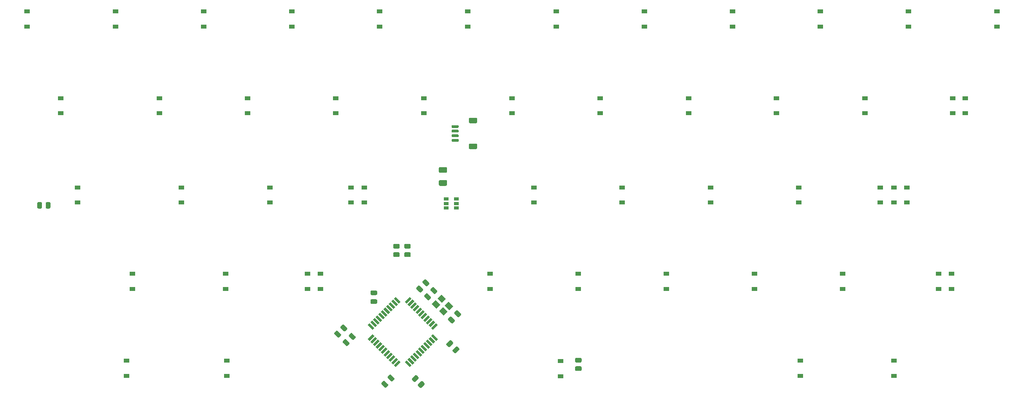
<source format=gbr>
%TF.GenerationSoftware,KiCad,Pcbnew,(5.1.9)-1*%
%TF.CreationDate,2021-01-27T12:27:53+01:00*%
%TF.ProjectId,FriedrichPCB,46726965-6472-4696-9368-5043422e6b69,rev?*%
%TF.SameCoordinates,Original*%
%TF.FileFunction,Paste,Bot*%
%TF.FilePolarity,Positive*%
%FSLAX46Y46*%
G04 Gerber Fmt 4.6, Leading zero omitted, Abs format (unit mm)*
G04 Created by KiCad (PCBNEW (5.1.9)-1) date 2021-01-27 12:27:53*
%MOMM*%
%LPD*%
G01*
G04 APERTURE LIST*
%ADD10C,0.100000*%
%ADD11R,1.060000X0.650000*%
%ADD12R,1.200000X0.900000*%
G04 APERTURE END LIST*
%TO.C,R6*%
G36*
G01*
X47898000Y-100322801D02*
X47898000Y-99422799D01*
G75*
G02*
X48147999Y-99172800I249999J0D01*
G01*
X48673001Y-99172800D01*
G75*
G02*
X48923000Y-99422799I0J-249999D01*
G01*
X48923000Y-100322801D01*
G75*
G02*
X48673001Y-100572800I-249999J0D01*
G01*
X48147999Y-100572800D01*
G75*
G02*
X47898000Y-100322801I0J249999D01*
G01*
G37*
G36*
G01*
X46073000Y-100322801D02*
X46073000Y-99422799D01*
G75*
G02*
X46322999Y-99172800I249999J0D01*
G01*
X46848001Y-99172800D01*
G75*
G02*
X47098000Y-99422799I0J-249999D01*
G01*
X47098000Y-100322801D01*
G75*
G02*
X46848001Y-100572800I-249999J0D01*
G01*
X46322999Y-100572800D01*
G75*
G02*
X46073000Y-100322801I0J249999D01*
G01*
G37*
%TD*%
%TO.C,USB1*%
G36*
G01*
X139604199Y-86528000D02*
X140904201Y-86528000D01*
G75*
G02*
X141154200Y-86777999I0J-249999D01*
G01*
X141154200Y-87478001D01*
G75*
G02*
X140904201Y-87728000I-249999J0D01*
G01*
X139604199Y-87728000D01*
G75*
G02*
X139354200Y-87478001I0J249999D01*
G01*
X139354200Y-86777999D01*
G75*
G02*
X139604199Y-86528000I249999J0D01*
G01*
G37*
G36*
G01*
X139604199Y-80928000D02*
X140904201Y-80928000D01*
G75*
G02*
X141154200Y-81177999I0J-249999D01*
G01*
X141154200Y-81878001D01*
G75*
G02*
X140904201Y-82128000I-249999J0D01*
G01*
X139604199Y-82128000D01*
G75*
G02*
X139354200Y-81878001I0J249999D01*
G01*
X139354200Y-81177999D01*
G75*
G02*
X139604199Y-80928000I249999J0D01*
G01*
G37*
G36*
G01*
X135754200Y-85528000D02*
X137004200Y-85528000D01*
G75*
G02*
X137154200Y-85678000I0J-150000D01*
G01*
X137154200Y-85978000D01*
G75*
G02*
X137004200Y-86128000I-150000J0D01*
G01*
X135754200Y-86128000D01*
G75*
G02*
X135604200Y-85978000I0J150000D01*
G01*
X135604200Y-85678000D01*
G75*
G02*
X135754200Y-85528000I150000J0D01*
G01*
G37*
G36*
G01*
X135754200Y-84528000D02*
X137004200Y-84528000D01*
G75*
G02*
X137154200Y-84678000I0J-150000D01*
G01*
X137154200Y-84978000D01*
G75*
G02*
X137004200Y-85128000I-150000J0D01*
G01*
X135754200Y-85128000D01*
G75*
G02*
X135604200Y-84978000I0J150000D01*
G01*
X135604200Y-84678000D01*
G75*
G02*
X135754200Y-84528000I150000J0D01*
G01*
G37*
G36*
G01*
X135754200Y-83528000D02*
X137004200Y-83528000D01*
G75*
G02*
X137154200Y-83678000I0J-150000D01*
G01*
X137154200Y-83978000D01*
G75*
G02*
X137004200Y-84128000I-150000J0D01*
G01*
X135754200Y-84128000D01*
G75*
G02*
X135604200Y-83978000I0J150000D01*
G01*
X135604200Y-83678000D01*
G75*
G02*
X135754200Y-83528000I150000J0D01*
G01*
G37*
G36*
G01*
X135754200Y-82528000D02*
X137004200Y-82528000D01*
G75*
G02*
X137154200Y-82678000I0J-150000D01*
G01*
X137154200Y-82978000D01*
G75*
G02*
X137004200Y-83128000I-150000J0D01*
G01*
X135754200Y-83128000D01*
G75*
G02*
X135604200Y-82978000I0J150000D01*
G01*
X135604200Y-82678000D01*
G75*
G02*
X135754200Y-82528000I150000J0D01*
G01*
G37*
%TD*%
D10*
%TO.C,X1*%
G36*
X135952897Y-121659488D02*
G01*
X135104369Y-122508016D01*
X134114419Y-121518066D01*
X134962947Y-120669538D01*
X135952897Y-121659488D01*
G37*
G36*
X134397262Y-120103853D02*
G01*
X133548734Y-120952381D01*
X132558784Y-119962431D01*
X133407312Y-119113903D01*
X134397262Y-120103853D01*
G37*
G36*
X133195181Y-121305934D02*
G01*
X132346653Y-122154462D01*
X131356703Y-121164512D01*
X132205231Y-120315984D01*
X133195181Y-121305934D01*
G37*
G36*
X134750816Y-122861569D02*
G01*
X133902288Y-123710097D01*
X132912338Y-122720147D01*
X133760866Y-121871619D01*
X134750816Y-122861569D01*
G37*
%TD*%
D11*
%TO.C,U2*%
X134485200Y-99466400D03*
X134485200Y-98516400D03*
X134485200Y-100416400D03*
X136685200Y-100416400D03*
X136685200Y-99466400D03*
X136685200Y-98516400D03*
%TD*%
D10*
%TO.C,U1*%
G36*
X118546540Y-127731298D02*
G01*
X118935448Y-128120206D01*
X117874788Y-129180866D01*
X117485880Y-128791958D01*
X118546540Y-127731298D01*
G37*
G36*
X119112226Y-128296983D02*
G01*
X119501134Y-128685891D01*
X118440474Y-129746551D01*
X118051566Y-129357643D01*
X119112226Y-128296983D01*
G37*
G36*
X119677911Y-128862668D02*
G01*
X120066819Y-129251576D01*
X119006159Y-130312236D01*
X118617251Y-129923328D01*
X119677911Y-128862668D01*
G37*
G36*
X120243596Y-129428354D02*
G01*
X120632504Y-129817262D01*
X119571844Y-130877922D01*
X119182936Y-130489014D01*
X120243596Y-129428354D01*
G37*
G36*
X120809282Y-129994039D02*
G01*
X121198190Y-130382947D01*
X120137530Y-131443607D01*
X119748622Y-131054699D01*
X120809282Y-129994039D01*
G37*
G36*
X121374967Y-130559725D02*
G01*
X121763875Y-130948633D01*
X120703215Y-132009293D01*
X120314307Y-131620385D01*
X121374967Y-130559725D01*
G37*
G36*
X121940653Y-131125410D02*
G01*
X122329561Y-131514318D01*
X121268901Y-132574978D01*
X120879993Y-132186070D01*
X121940653Y-131125410D01*
G37*
G36*
X122506338Y-131691096D02*
G01*
X122895246Y-132080004D01*
X121834586Y-133140664D01*
X121445678Y-132751756D01*
X122506338Y-131691096D01*
G37*
G36*
X123072024Y-132256781D02*
G01*
X123460932Y-132645689D01*
X122400272Y-133706349D01*
X122011364Y-133317441D01*
X123072024Y-132256781D01*
G37*
G36*
X123637709Y-132822466D02*
G01*
X124026617Y-133211374D01*
X122965957Y-134272034D01*
X122577049Y-133883126D01*
X123637709Y-132822466D01*
G37*
G36*
X124203394Y-133388152D02*
G01*
X124592302Y-133777060D01*
X123531642Y-134837720D01*
X123142734Y-134448812D01*
X124203394Y-133388152D01*
G37*
G36*
X125546898Y-133777060D02*
G01*
X125935806Y-133388152D01*
X126996466Y-134448812D01*
X126607558Y-134837720D01*
X125546898Y-133777060D01*
G37*
G36*
X126112583Y-133211374D02*
G01*
X126501491Y-132822466D01*
X127562151Y-133883126D01*
X127173243Y-134272034D01*
X126112583Y-133211374D01*
G37*
G36*
X126678268Y-132645689D02*
G01*
X127067176Y-132256781D01*
X128127836Y-133317441D01*
X127738928Y-133706349D01*
X126678268Y-132645689D01*
G37*
G36*
X127243954Y-132080004D02*
G01*
X127632862Y-131691096D01*
X128693522Y-132751756D01*
X128304614Y-133140664D01*
X127243954Y-132080004D01*
G37*
G36*
X127809639Y-131514318D02*
G01*
X128198547Y-131125410D01*
X129259207Y-132186070D01*
X128870299Y-132574978D01*
X127809639Y-131514318D01*
G37*
G36*
X128375325Y-130948633D02*
G01*
X128764233Y-130559725D01*
X129824893Y-131620385D01*
X129435985Y-132009293D01*
X128375325Y-130948633D01*
G37*
G36*
X128941010Y-130382947D02*
G01*
X129329918Y-129994039D01*
X130390578Y-131054699D01*
X130001670Y-131443607D01*
X128941010Y-130382947D01*
G37*
G36*
X129506696Y-129817262D02*
G01*
X129895604Y-129428354D01*
X130956264Y-130489014D01*
X130567356Y-130877922D01*
X129506696Y-129817262D01*
G37*
G36*
X130072381Y-129251576D02*
G01*
X130461289Y-128862668D01*
X131521949Y-129923328D01*
X131133041Y-130312236D01*
X130072381Y-129251576D01*
G37*
G36*
X130638066Y-128685891D02*
G01*
X131026974Y-128296983D01*
X132087634Y-129357643D01*
X131698726Y-129746551D01*
X130638066Y-128685891D01*
G37*
G36*
X131203752Y-128120206D02*
G01*
X131592660Y-127731298D01*
X132653320Y-128791958D01*
X132264412Y-129180866D01*
X131203752Y-128120206D01*
G37*
G36*
X132264412Y-125327134D02*
G01*
X132653320Y-125716042D01*
X131592660Y-126776702D01*
X131203752Y-126387794D01*
X132264412Y-125327134D01*
G37*
G36*
X131698726Y-124761449D02*
G01*
X132087634Y-125150357D01*
X131026974Y-126211017D01*
X130638066Y-125822109D01*
X131698726Y-124761449D01*
G37*
G36*
X131133041Y-124195764D02*
G01*
X131521949Y-124584672D01*
X130461289Y-125645332D01*
X130072381Y-125256424D01*
X131133041Y-124195764D01*
G37*
G36*
X130567356Y-123630078D02*
G01*
X130956264Y-124018986D01*
X129895604Y-125079646D01*
X129506696Y-124690738D01*
X130567356Y-123630078D01*
G37*
G36*
X130001670Y-123064393D02*
G01*
X130390578Y-123453301D01*
X129329918Y-124513961D01*
X128941010Y-124125053D01*
X130001670Y-123064393D01*
G37*
G36*
X129435985Y-122498707D02*
G01*
X129824893Y-122887615D01*
X128764233Y-123948275D01*
X128375325Y-123559367D01*
X129435985Y-122498707D01*
G37*
G36*
X128870299Y-121933022D02*
G01*
X129259207Y-122321930D01*
X128198547Y-123382590D01*
X127809639Y-122993682D01*
X128870299Y-121933022D01*
G37*
G36*
X128304614Y-121367336D02*
G01*
X128693522Y-121756244D01*
X127632862Y-122816904D01*
X127243954Y-122427996D01*
X128304614Y-121367336D01*
G37*
G36*
X127738928Y-120801651D02*
G01*
X128127836Y-121190559D01*
X127067176Y-122251219D01*
X126678268Y-121862311D01*
X127738928Y-120801651D01*
G37*
G36*
X127173243Y-120235966D02*
G01*
X127562151Y-120624874D01*
X126501491Y-121685534D01*
X126112583Y-121296626D01*
X127173243Y-120235966D01*
G37*
G36*
X126607558Y-119670280D02*
G01*
X126996466Y-120059188D01*
X125935806Y-121119848D01*
X125546898Y-120730940D01*
X126607558Y-119670280D01*
G37*
G36*
X123142734Y-120059188D02*
G01*
X123531642Y-119670280D01*
X124592302Y-120730940D01*
X124203394Y-121119848D01*
X123142734Y-120059188D01*
G37*
G36*
X122577049Y-120624874D02*
G01*
X122965957Y-120235966D01*
X124026617Y-121296626D01*
X123637709Y-121685534D01*
X122577049Y-120624874D01*
G37*
G36*
X122011364Y-121190559D02*
G01*
X122400272Y-120801651D01*
X123460932Y-121862311D01*
X123072024Y-122251219D01*
X122011364Y-121190559D01*
G37*
G36*
X121445678Y-121756244D02*
G01*
X121834586Y-121367336D01*
X122895246Y-122427996D01*
X122506338Y-122816904D01*
X121445678Y-121756244D01*
G37*
G36*
X120879993Y-122321930D02*
G01*
X121268901Y-121933022D01*
X122329561Y-122993682D01*
X121940653Y-123382590D01*
X120879993Y-122321930D01*
G37*
G36*
X120314307Y-122887615D02*
G01*
X120703215Y-122498707D01*
X121763875Y-123559367D01*
X121374967Y-123948275D01*
X120314307Y-122887615D01*
G37*
G36*
X119748622Y-123453301D02*
G01*
X120137530Y-123064393D01*
X121198190Y-124125053D01*
X120809282Y-124513961D01*
X119748622Y-123453301D01*
G37*
G36*
X119182936Y-124018986D02*
G01*
X119571844Y-123630078D01*
X120632504Y-124690738D01*
X120243596Y-125079646D01*
X119182936Y-124018986D01*
G37*
G36*
X118617251Y-124584672D02*
G01*
X119006159Y-124195764D01*
X120066819Y-125256424D01*
X119677911Y-125645332D01*
X118617251Y-124584672D01*
G37*
G36*
X118051566Y-125150357D02*
G01*
X118440474Y-124761449D01*
X119501134Y-125822109D01*
X119112226Y-126211017D01*
X118051566Y-125150357D01*
G37*
G36*
X117485880Y-125716042D02*
G01*
X117874788Y-125327134D01*
X118935448Y-126387794D01*
X118546540Y-126776702D01*
X117485880Y-125716042D01*
G37*
%TD*%
%TO.C,R5*%
G36*
G01*
X162567198Y-134664400D02*
X163467202Y-134664400D01*
G75*
G02*
X163717200Y-134914398I0J-249998D01*
G01*
X163717200Y-135439402D01*
G75*
G02*
X163467202Y-135689400I-249998J0D01*
G01*
X162567198Y-135689400D01*
G75*
G02*
X162317200Y-135439402I0J249998D01*
G01*
X162317200Y-134914398D01*
G75*
G02*
X162567198Y-134664400I249998J0D01*
G01*
G37*
G36*
G01*
X162567198Y-132839400D02*
X163467202Y-132839400D01*
G75*
G02*
X163717200Y-133089398I0J-249998D01*
G01*
X163717200Y-133614402D01*
G75*
G02*
X163467202Y-133864400I-249998J0D01*
G01*
X162567198Y-133864400D01*
G75*
G02*
X162317200Y-133614402I0J249998D01*
G01*
X162317200Y-133089398D01*
G75*
G02*
X162567198Y-132839400I249998J0D01*
G01*
G37*
%TD*%
%TO.C,R3*%
G36*
G01*
X128457756Y-137371757D02*
X127821357Y-138008156D01*
G75*
G02*
X127467807Y-138008156I-176775J176775D01*
G01*
X127096574Y-137636923D01*
G75*
G02*
X127096574Y-137283373I176775J176775D01*
G01*
X127732973Y-136646974D01*
G75*
G02*
X128086523Y-136646974I176775J-176775D01*
G01*
X128457756Y-137018207D01*
G75*
G02*
X128457756Y-137371757I-176775J-176775D01*
G01*
G37*
G36*
G01*
X129748226Y-138662227D02*
X129111827Y-139298626D01*
G75*
G02*
X128758277Y-139298626I-176775J176775D01*
G01*
X128387044Y-138927393D01*
G75*
G02*
X128387044Y-138573843I176775J176775D01*
G01*
X129023443Y-137937444D01*
G75*
G02*
X129376993Y-137937444I176775J-176775D01*
G01*
X129748226Y-138308677D01*
G75*
G02*
X129748226Y-138662227I-176775J-176775D01*
G01*
G37*
%TD*%
%TO.C,R2*%
G36*
G01*
X123247998Y-110026400D02*
X124148002Y-110026400D01*
G75*
G02*
X124398000Y-110276398I0J-249998D01*
G01*
X124398000Y-110801402D01*
G75*
G02*
X124148002Y-111051400I-249998J0D01*
G01*
X123247998Y-111051400D01*
G75*
G02*
X122998000Y-110801402I0J249998D01*
G01*
X122998000Y-110276398D01*
G75*
G02*
X123247998Y-110026400I249998J0D01*
G01*
G37*
G36*
G01*
X123247998Y-108201400D02*
X124148002Y-108201400D01*
G75*
G02*
X124398000Y-108451398I0J-249998D01*
G01*
X124398000Y-108976402D01*
G75*
G02*
X124148002Y-109226400I-249998J0D01*
G01*
X123247998Y-109226400D01*
G75*
G02*
X122998000Y-108976402I0J249998D01*
G01*
X122998000Y-108451398D01*
G75*
G02*
X123247998Y-108201400I249998J0D01*
G01*
G37*
%TD*%
%TO.C,R1*%
G36*
G01*
X125635598Y-110026400D02*
X126535602Y-110026400D01*
G75*
G02*
X126785600Y-110276398I0J-249998D01*
G01*
X126785600Y-110801402D01*
G75*
G02*
X126535602Y-111051400I-249998J0D01*
G01*
X125635598Y-111051400D01*
G75*
G02*
X125385600Y-110801402I0J249998D01*
G01*
X125385600Y-110276398D01*
G75*
G02*
X125635598Y-110026400I249998J0D01*
G01*
G37*
G36*
G01*
X125635598Y-108201400D02*
X126535602Y-108201400D01*
G75*
G02*
X126785600Y-108451398I0J-249998D01*
G01*
X126785600Y-108976402D01*
G75*
G02*
X126535602Y-109226400I-249998J0D01*
G01*
X125635598Y-109226400D01*
G75*
G02*
X125385600Y-108976402I0J249998D01*
G01*
X125385600Y-108451398D01*
G75*
G02*
X125635598Y-108201400I249998J0D01*
G01*
G37*
%TD*%
%TO.C,F1*%
G36*
G01*
X133131400Y-94399400D02*
X134381400Y-94399400D01*
G75*
G02*
X134631400Y-94649400I0J-250000D01*
G01*
X134631400Y-95399400D01*
G75*
G02*
X134381400Y-95649400I-250000J0D01*
G01*
X133131400Y-95649400D01*
G75*
G02*
X132881400Y-95399400I0J250000D01*
G01*
X132881400Y-94649400D01*
G75*
G02*
X133131400Y-94399400I250000J0D01*
G01*
G37*
G36*
G01*
X133131400Y-91599400D02*
X134381400Y-91599400D01*
G75*
G02*
X134631400Y-91849400I0J-250000D01*
G01*
X134631400Y-92599400D01*
G75*
G02*
X134381400Y-92849400I-250000J0D01*
G01*
X133131400Y-92849400D01*
G75*
G02*
X132881400Y-92599400I0J250000D01*
G01*
X132881400Y-91849400D01*
G75*
G02*
X133131400Y-91599400I250000J0D01*
G01*
G37*
%TD*%
D12*
%TO.C,D63*%
X231241600Y-133478000D03*
X231241600Y-136778000D03*
%TD*%
%TO.C,D62*%
X211023200Y-133478000D03*
X211023200Y-136778000D03*
%TD*%
%TO.C,D58*%
X159156400Y-133528800D03*
X159156400Y-136828800D03*
%TD*%
%TO.C,D54*%
X87020400Y-133427200D03*
X87020400Y-136727200D03*
%TD*%
%TO.C,D53*%
X65379600Y-133427200D03*
X65379600Y-136727200D03*
%TD*%
%TO.C,D51*%
X243687600Y-114631200D03*
X243687600Y-117931200D03*
%TD*%
%TO.C,D49*%
X240842800Y-114631200D03*
X240842800Y-117931200D03*
%TD*%
%TO.C,D48*%
X220167200Y-114631200D03*
X220167200Y-117931200D03*
%TD*%
%TO.C,D47*%
X201117200Y-114631200D03*
X201117200Y-117931200D03*
%TD*%
%TO.C,D46*%
X182016400Y-114631200D03*
X182016400Y-117931200D03*
%TD*%
%TO.C,D45*%
X162966400Y-114631200D03*
X162966400Y-117931200D03*
%TD*%
%TO.C,D44*%
X143967200Y-114631200D03*
X143967200Y-117931200D03*
%TD*%
%TO.C,D43*%
X107289600Y-114631200D03*
X107289600Y-117931200D03*
%TD*%
%TO.C,D42*%
X104444800Y-114631200D03*
X104444800Y-117931200D03*
%TD*%
%TO.C,D41*%
X86766400Y-114631200D03*
X86766400Y-117931200D03*
%TD*%
%TO.C,D40*%
X66649600Y-114682000D03*
X66649600Y-117982000D03*
%TD*%
%TO.C,D38*%
X234035600Y-95987600D03*
X234035600Y-99287600D03*
%TD*%
%TO.C,D36*%
X228295200Y-95987600D03*
X228295200Y-99287600D03*
%TD*%
%TO.C,D35*%
X210616800Y-95987600D03*
X210616800Y-99287600D03*
%TD*%
%TO.C,D34*%
X191566800Y-95987600D03*
X191566800Y-99287600D03*
%TD*%
%TO.C,D33*%
X172466000Y-95987600D03*
X172466000Y-99287600D03*
%TD*%
%TO.C,D32*%
X153416000Y-95987600D03*
X153416000Y-99287600D03*
%TD*%
%TO.C,D31*%
X116738400Y-95987600D03*
X116738400Y-99287600D03*
%TD*%
%TO.C,D30*%
X113893600Y-95987600D03*
X113893600Y-99287600D03*
%TD*%
%TO.C,D29*%
X96316800Y-95987600D03*
X96316800Y-99287600D03*
%TD*%
%TO.C,D28*%
X77216000Y-95987600D03*
X77216000Y-99287600D03*
%TD*%
%TO.C,D27*%
X54762400Y-95987600D03*
X54762400Y-99287600D03*
%TD*%
%TO.C,D25*%
X246634000Y-76683600D03*
X246634000Y-79983600D03*
%TD*%
%TO.C,D24*%
X243941600Y-76683600D03*
X243941600Y-79983600D03*
%TD*%
%TO.C,D23*%
X224942400Y-76683600D03*
X224942400Y-79983600D03*
%TD*%
%TO.C,D22*%
X205841600Y-76683600D03*
X205841600Y-79983600D03*
%TD*%
%TO.C,D21*%
X186842400Y-76683600D03*
X186842400Y-79983600D03*
%TD*%
%TO.C,D20*%
X167741600Y-76683600D03*
X167741600Y-79983600D03*
%TD*%
%TO.C,D19*%
X148691600Y-76683600D03*
X148691600Y-79983600D03*
%TD*%
%TO.C,D18*%
X129641600Y-76683600D03*
X129641600Y-79983600D03*
%TD*%
%TO.C,D17*%
X110591600Y-76683600D03*
X110591600Y-79983600D03*
%TD*%
%TO.C,D16*%
X91541600Y-76683600D03*
X91541600Y-79983600D03*
%TD*%
%TO.C,D15*%
X72491600Y-76683600D03*
X72491600Y-79983600D03*
%TD*%
%TO.C,D14*%
X51104800Y-76683600D03*
X51104800Y-79983600D03*
%TD*%
%TO.C,D13*%
X253492000Y-57938400D03*
X253492000Y-61238400D03*
%TD*%
%TO.C,D12*%
X231190800Y-95987600D03*
X231190800Y-99287600D03*
%TD*%
%TO.C,D11*%
X234391200Y-57938400D03*
X234391200Y-61238400D03*
%TD*%
%TO.C,D10*%
X215341200Y-57938400D03*
X215341200Y-61238400D03*
%TD*%
%TO.C,D9*%
X196342000Y-57938400D03*
X196342000Y-61238400D03*
%TD*%
%TO.C,D8*%
X177292000Y-57938400D03*
X177292000Y-61238400D03*
%TD*%
%TO.C,D7*%
X158242000Y-57938400D03*
X158242000Y-61238400D03*
%TD*%
%TO.C,D6*%
X139141200Y-57938400D03*
X139141200Y-61238400D03*
%TD*%
%TO.C,D5*%
X120091200Y-57938400D03*
X120091200Y-61238400D03*
%TD*%
%TO.C,D4*%
X101092000Y-57938400D03*
X101092000Y-61238400D03*
%TD*%
%TO.C,D3*%
X82042000Y-57938400D03*
X82042000Y-61238400D03*
%TD*%
%TO.C,D2*%
X62992000Y-57938400D03*
X62992000Y-61238400D03*
%TD*%
%TO.C,D1*%
X43891200Y-57938400D03*
X43891200Y-61238400D03*
%TD*%
%TO.C,C9*%
G36*
G01*
X130460727Y-118955922D02*
X131132478Y-119627673D01*
G75*
G02*
X131132478Y-119981227I-176777J-176777D01*
G01*
X130778925Y-120334780D01*
G75*
G02*
X130425371Y-120334780I-176777J176777D01*
G01*
X129753620Y-119663029D01*
G75*
G02*
X129753620Y-119309475I176777J176777D01*
G01*
X130107173Y-118955922D01*
G75*
G02*
X130460727Y-118955922I176777J-176777D01*
G01*
G37*
G36*
G01*
X131804229Y-117612420D02*
X132475980Y-118284171D01*
G75*
G02*
X132475980Y-118637725I-176777J-176777D01*
G01*
X132122427Y-118991278D01*
G75*
G02*
X131768873Y-118991278I-176777J176777D01*
G01*
X131097122Y-118319527D01*
G75*
G02*
X131097122Y-117965973I176777J176777D01*
G01*
X131450675Y-117612420D01*
G75*
G02*
X131804229Y-117612420I176777J-176777D01*
G01*
G37*
%TD*%
%TO.C,C8*%
G36*
G01*
X136911024Y-124009127D02*
X136239273Y-123337376D01*
G75*
G02*
X136239273Y-122983822I176777J176777D01*
G01*
X136592826Y-122630269D01*
G75*
G02*
X136946380Y-122630269I176777J-176777D01*
G01*
X137618131Y-123302020D01*
G75*
G02*
X137618131Y-123655574I-176777J-176777D01*
G01*
X137264578Y-124009127D01*
G75*
G02*
X136911024Y-124009127I-176777J176777D01*
G01*
G37*
G36*
G01*
X135567522Y-125352629D02*
X134895771Y-124680878D01*
G75*
G02*
X134895771Y-124327324I176777J176777D01*
G01*
X135249324Y-123973771D01*
G75*
G02*
X135602878Y-123973771I176777J-176777D01*
G01*
X136274629Y-124645522D01*
G75*
G02*
X136274629Y-124999076I-176777J-176777D01*
G01*
X135921076Y-125352629D01*
G75*
G02*
X135567522Y-125352629I-176777J176777D01*
G01*
G37*
%TD*%
%TO.C,C7*%
G36*
G01*
X119296200Y-119285600D02*
X118346200Y-119285600D01*
G75*
G02*
X118096200Y-119035600I0J250000D01*
G01*
X118096200Y-118535600D01*
G75*
G02*
X118346200Y-118285600I250000J0D01*
G01*
X119296200Y-118285600D01*
G75*
G02*
X119546200Y-118535600I0J-250000D01*
G01*
X119546200Y-119035600D01*
G75*
G02*
X119296200Y-119285600I-250000J0D01*
G01*
G37*
G36*
G01*
X119296200Y-121185600D02*
X118346200Y-121185600D01*
G75*
G02*
X118096200Y-120935600I0J250000D01*
G01*
X118096200Y-120435600D01*
G75*
G02*
X118346200Y-120185600I250000J0D01*
G01*
X119296200Y-120185600D01*
G75*
G02*
X119546200Y-120435600I0J-250000D01*
G01*
X119546200Y-120935600D01*
G75*
G02*
X119296200Y-121185600I-250000J0D01*
G01*
G37*
%TD*%
%TO.C,C5*%
G36*
G01*
X135872322Y-131108473D02*
X136544073Y-130436722D01*
G75*
G02*
X136897627Y-130436722I176777J-176777D01*
G01*
X137251180Y-130790275D01*
G75*
G02*
X137251180Y-131143829I-176777J-176777D01*
G01*
X136579429Y-131815580D01*
G75*
G02*
X136225875Y-131815580I-176777J176777D01*
G01*
X135872322Y-131462027D01*
G75*
G02*
X135872322Y-131108473I176777J176777D01*
G01*
G37*
G36*
G01*
X134528820Y-129764971D02*
X135200571Y-129093220D01*
G75*
G02*
X135554125Y-129093220I176777J-176777D01*
G01*
X135907678Y-129446773D01*
G75*
G02*
X135907678Y-129800327I-176777J-176777D01*
G01*
X135235927Y-130472078D01*
G75*
G02*
X134882373Y-130472078I-176777J176777D01*
G01*
X134528820Y-130118525D01*
G75*
G02*
X134528820Y-129764971I176777J176777D01*
G01*
G37*
%TD*%
%TO.C,C4*%
G36*
G01*
X112833127Y-128861922D02*
X113504878Y-129533673D01*
G75*
G02*
X113504878Y-129887227I-176777J-176777D01*
G01*
X113151325Y-130240780D01*
G75*
G02*
X112797771Y-130240780I-176777J176777D01*
G01*
X112126020Y-129569029D01*
G75*
G02*
X112126020Y-129215475I176777J176777D01*
G01*
X112479573Y-128861922D01*
G75*
G02*
X112833127Y-128861922I176777J-176777D01*
G01*
G37*
G36*
G01*
X114176629Y-127518420D02*
X114848380Y-128190171D01*
G75*
G02*
X114848380Y-128543725I-176777J-176777D01*
G01*
X114494827Y-128897278D01*
G75*
G02*
X114141273Y-128897278I-176777J176777D01*
G01*
X113469522Y-128225527D01*
G75*
G02*
X113469522Y-127871973I176777J176777D01*
G01*
X113823075Y-127518420D01*
G75*
G02*
X114176629Y-127518420I176777J-176777D01*
G01*
G37*
%TD*%
%TO.C,C3*%
G36*
G01*
X130041673Y-117314878D02*
X129369922Y-116643127D01*
G75*
G02*
X129369922Y-116289573I176777J176777D01*
G01*
X129723475Y-115936020D01*
G75*
G02*
X130077029Y-115936020I176777J-176777D01*
G01*
X130748780Y-116607771D01*
G75*
G02*
X130748780Y-116961325I-176777J-176777D01*
G01*
X130395227Y-117314878D01*
G75*
G02*
X130041673Y-117314878I-176777J176777D01*
G01*
G37*
G36*
G01*
X128698171Y-118658380D02*
X128026420Y-117986629D01*
G75*
G02*
X128026420Y-117633075I176777J176777D01*
G01*
X128379973Y-117279522D01*
G75*
G02*
X128733527Y-117279522I176777J-176777D01*
G01*
X129405278Y-117951273D01*
G75*
G02*
X129405278Y-118304827I-176777J-176777D01*
G01*
X129051725Y-118658380D01*
G75*
G02*
X128698171Y-118658380I-176777J176777D01*
G01*
G37*
%TD*%
%TO.C,C2*%
G36*
G01*
X121203776Y-137864873D02*
X121875527Y-138536624D01*
G75*
G02*
X121875527Y-138890178I-176777J-176777D01*
G01*
X121521974Y-139243731D01*
G75*
G02*
X121168420Y-139243731I-176777J176777D01*
G01*
X120496669Y-138571980D01*
G75*
G02*
X120496669Y-138218426I176777J176777D01*
G01*
X120850222Y-137864873D01*
G75*
G02*
X121203776Y-137864873I176777J-176777D01*
G01*
G37*
G36*
G01*
X122547278Y-136521371D02*
X123219029Y-137193122D01*
G75*
G02*
X123219029Y-137546676I-176777J-176777D01*
G01*
X122865476Y-137900229D01*
G75*
G02*
X122511922Y-137900229I-176777J176777D01*
G01*
X121840171Y-137228478D01*
G75*
G02*
X121840171Y-136874924I176777J176777D01*
G01*
X122193724Y-136521371D01*
G75*
G02*
X122547278Y-136521371I176777J-176777D01*
G01*
G37*
%TD*%
%TO.C,C1*%
G36*
G01*
X111004327Y-127033122D02*
X111676078Y-127704873D01*
G75*
G02*
X111676078Y-128058427I-176777J-176777D01*
G01*
X111322525Y-128411980D01*
G75*
G02*
X110968971Y-128411980I-176777J176777D01*
G01*
X110297220Y-127740229D01*
G75*
G02*
X110297220Y-127386675I176777J176777D01*
G01*
X110650773Y-127033122D01*
G75*
G02*
X111004327Y-127033122I176777J-176777D01*
G01*
G37*
G36*
G01*
X112347829Y-125689620D02*
X113019580Y-126361371D01*
G75*
G02*
X113019580Y-126714925I-176777J-176777D01*
G01*
X112666027Y-127068478D01*
G75*
G02*
X112312473Y-127068478I-176777J176777D01*
G01*
X111640722Y-126396727D01*
G75*
G02*
X111640722Y-126043173I176777J176777D01*
G01*
X111994275Y-125689620D01*
G75*
G02*
X112347829Y-125689620I176777J-176777D01*
G01*
G37*
%TD*%
M02*

</source>
